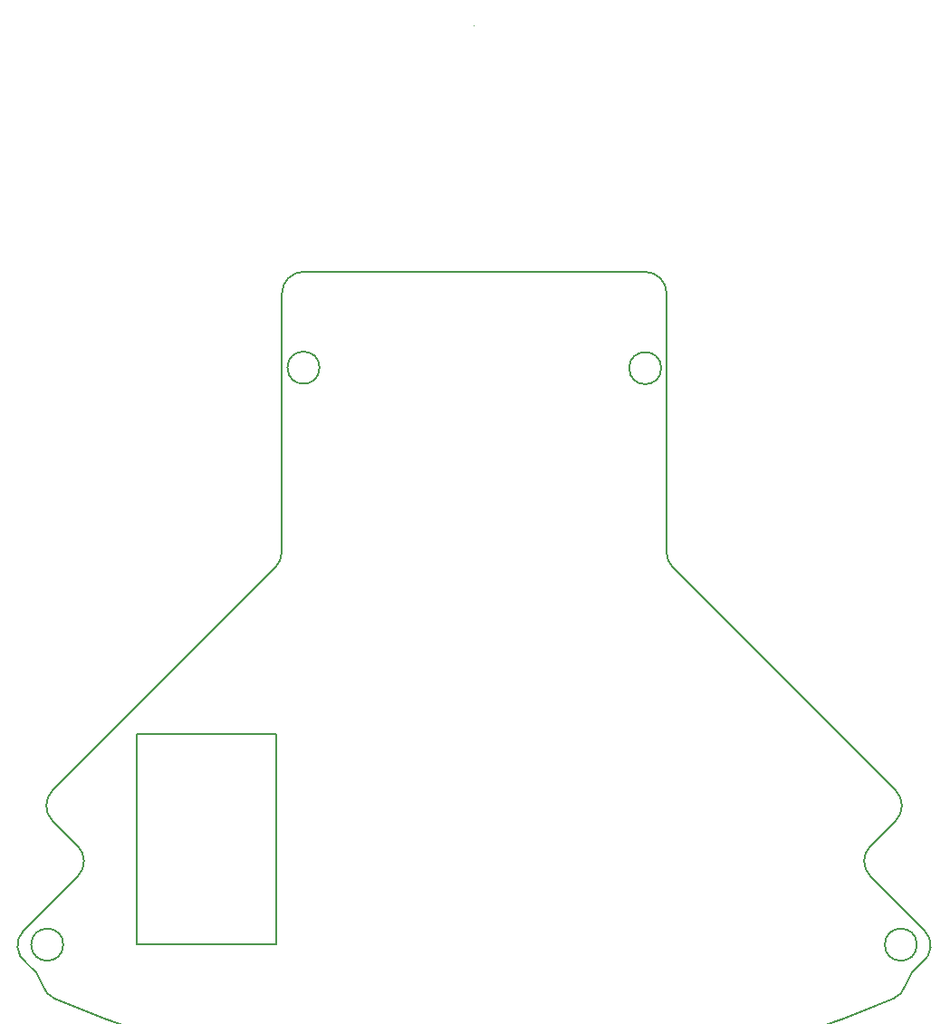
<source format=gbr>
%TF.GenerationSoftware,KiCad,Pcbnew,(6.0.5)*%
%TF.CreationDate,2022-10-18T22:35:11+09:00*%
%TF.ProjectId,IO_Board,494f5f42-6f61-4726-942e-6b696361645f,rev?*%
%TF.SameCoordinates,Original*%
%TF.FileFunction,Profile,NP*%
%FSLAX46Y46*%
G04 Gerber Fmt 4.6, Leading zero omitted, Abs format (unit mm)*
G04 Created by KiCad (PCBNEW (6.0.5)) date 2022-10-18 22:35:11*
%MOMM*%
%LPD*%
G01*
G04 APERTURE LIST*
%TA.AperFunction,Profile*%
%ADD10C,0.200000*%
%TD*%
%TA.AperFunction,Profile*%
%ADD11C,0.100050*%
%TD*%
G04 APERTURE END LIST*
D10*
X115016805Y-132656602D02*
X109967555Y-137705851D01*
X111727489Y-142830147D02*
G75*
G03*
X110223038Y-140750201I-3821889J-1180353D01*
G01*
X193915363Y-140750202D02*
G75*
G03*
X192410934Y-142830154I2317637J-3260398D01*
G01*
X152153220Y-76177918D02*
X136122554Y-76177918D01*
X133569200Y-132177801D02*
X133569200Y-138977801D01*
X134122554Y-78177918D02*
X134122554Y-85127467D01*
X170069182Y-78177918D02*
G75*
G03*
X168069200Y-76177918I-1999982J18D01*
G01*
X111727463Y-142830155D02*
G75*
G03*
X112846024Y-144076329I1910937J590155D01*
G01*
X112658543Y-124641487D02*
G75*
G03*
X112658560Y-127469931I1414257J-1414213D01*
G01*
X191481166Y-124640178D02*
X170654986Y-103813999D01*
X137622546Y-85133068D02*
G75*
G03*
X137622546Y-85133068I-1500000J0D01*
G01*
X168069200Y-76177918D02*
X152153220Y-76177918D01*
X191481174Y-127468613D02*
G75*
G03*
X191481166Y-124640178I-1414274J1414213D01*
G01*
X133488392Y-103811672D02*
X112658560Y-124641504D01*
X113668297Y-139040644D02*
G75*
G03*
X113668297Y-139040644I-1500000J0D01*
G01*
D11*
X152119225Y-53177800D02*
G75*
G03*
X152119225Y-53177800I-50025J0D01*
G01*
D10*
X109967596Y-137705892D02*
G75*
G03*
X110223038Y-140750201I1414204J-1414208D01*
G01*
X189121606Y-129828186D02*
G75*
G03*
X189121595Y-132656602I1414194J-1414214D01*
G01*
X112658560Y-127469931D02*
X115016805Y-129828175D01*
X170069200Y-102399785D02*
X170069200Y-85177878D01*
X120569200Y-119377801D02*
X133569200Y-119377801D01*
X133569200Y-119377801D02*
X133569200Y-132177801D01*
X120569200Y-138977801D02*
X120569200Y-119377801D01*
X136122554Y-76177854D02*
G75*
G03*
X134122554Y-78177918I46J-2000046D01*
G01*
X115016816Y-132656613D02*
G75*
G03*
X115016805Y-129828175I-1414216J1414213D01*
G01*
X134122554Y-85127467D02*
X134074170Y-102403060D01*
X112846024Y-144076329D02*
G75*
G03*
X191292376Y-144076329I39223176J90898536D01*
G01*
X193470103Y-139040644D02*
G75*
G03*
X193470103Y-139040644I-1500000J0D01*
G01*
X193915395Y-140750248D02*
G75*
G03*
X194170845Y-137705851I-1158795J1630148D01*
G01*
X169569200Y-85177878D02*
G75*
G03*
X169569200Y-85177878I-1500000J0D01*
G01*
X189121595Y-129828175D02*
X191481166Y-127468605D01*
X194170845Y-137705851D02*
X189121595Y-132656602D01*
X133488408Y-103811688D02*
G75*
G03*
X134074170Y-102403060I-1414208J1414188D01*
G01*
X170069239Y-102399785D02*
G75*
G03*
X170654986Y-103813999I2000061J-15D01*
G01*
X133569200Y-138977801D02*
X120569200Y-138977801D01*
X170069200Y-85177878D02*
X170069200Y-78177918D01*
X191292375Y-144076326D02*
G75*
G03*
X192410934Y-142830154I-792375J1836326D01*
G01*
M02*

</source>
